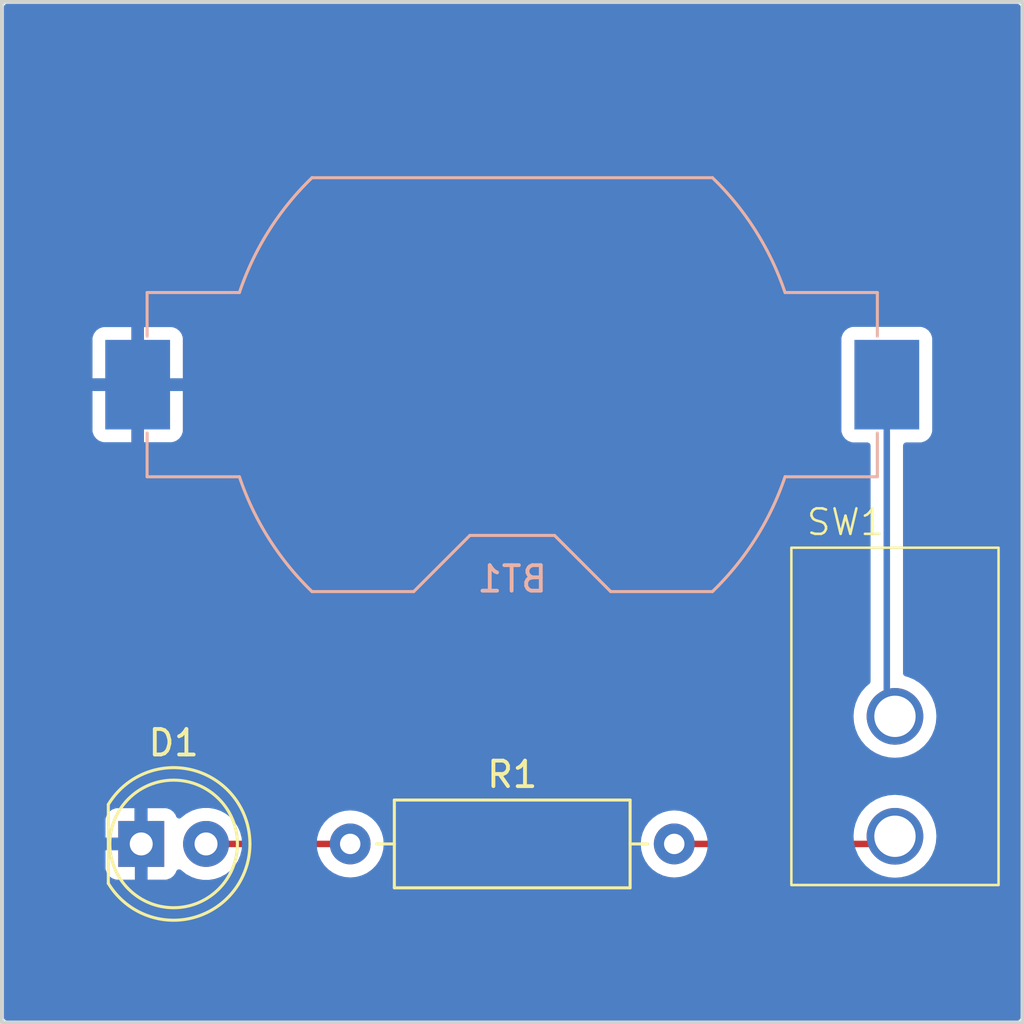
<source format=kicad_pcb>
(kicad_pcb (version 20221018) (generator pcbnew)
  (title_block (title "getting_started_layout") (date "2024-01-27") (rev "0"))
  (layers (0 "F.Cu" signal) (31 "B.Cu" signal) (34 "B.Paste" user) (35 "F.Paste" user) (36 "B.SilkS" user "B.Silkscreen") (37 "F.SilkS" user "F.Silkscreen") (38 "B.Mask" user) (39 "F.Mask" user) (44 "Edge.Cuts" user))
  (net 0 "")
  (net 1 "GND")
  (net 2 "VCC")
  (net 3 "/led")
  (net 4 "Net-(BT1-+)")
  (footprint "getting_started:Switch_Toggle_SPST_NKK_M2011S3A1x03" (layer "F.Cu") (at 198.02 92.045)
    (fp_text reference "SW1" (at -1.94 -2.91 unlocked) (layer "F.SilkS") (effects (font (thickness 0.1))))
    (fp_text value "M2011S3A1W03")
    (fp_rect (start 4.06 -1.91) (end -4.06 11.31) (stroke (width 0.1)) (fill none) (layer "F.SilkS"))
    (pad "2" thru_hole circle (at 0 4.7) (size 2.22 2.22) (drill 1.62) (layers "*.Cu" "*.Mask") (net 4 "Net-(BT1-+)"))
    (pad "3" thru_hole circle (at 0 9.4) (size 2.22 2.22) (drill 1.62) (layers "*.Cu" "*.Mask") (net 2 "VCC"))
  )
  (footprint "LED_THT:LED_D5.0mm" (layer "F.Cu") (at 168.48 101.745)
    (fp_text reference "D1" (at 1.27 -3.96) (layer "F.SilkS"))
    (fp_text value "red")
    (fp_line (start -1.29 -1.545) (end -1.29 1.545) (stroke (width 0.12)) (layer "F.SilkS"))
    (fp_arc (start -1.29 -1.54483) (mid 2.072002 -2.880433) (end 4.26 0.000462) (stroke (width 0.12)) (layer "F.SilkS"))
    (fp_arc (start 4.26 -0.000462) (mid 2.072002 2.880433) (end -1.29 1.54483) (stroke (width 0.12)) (layer "F.SilkS"))
    (fp_circle (center 1.27 0) (end 3.77 0) (stroke (width 0.12)) (fill none) (layer "F.SilkS"))
    (pad "1" thru_hole rect (at 0 0) (size 1.8 1.8) (drill 0.9) (layers "*.Cu" "*.Mask") (net 1 "GND"))
    (pad "2" thru_hole circle (at 2.54 0) (size 1.8 1.8) (drill 0.9) (layers "*.Cu" "*.Mask") (net 3 "/led"))
  )
  (footprint "Resistor_THT:R_Axial_DIN0309_L9.0mm_D3.2mm_P12.70mm_Horizontal" (layer "F.Cu") (at 176.67 101.745)
    (fp_text reference "R1" (at 6.35 -2.72) (layer "F.SilkS"))
    (fp_text value "1k")
    (fp_line (start 1.04 0) (end 1.73 0) (stroke (width 0.12)) (layer "F.SilkS"))
    (fp_line (start 1.73 -1.72) (end 1.73 1.72) (stroke (width 0.12)) (layer "F.SilkS"))
    (fp_line (start 1.73 1.72) (end 10.97 1.72) (stroke (width 0.12)) (layer "F.SilkS"))
    (fp_line (start 10.97 -1.72) (end 1.73 -1.72) (stroke (width 0.12)) (layer "F.SilkS"))
    (fp_line (start 10.97 1.72) (end 10.97 -1.72) (stroke (width 0.12)) (layer "F.SilkS"))
    (fp_line (start 11.66 0) (end 10.97 0) (stroke (width 0.12)) (layer "F.SilkS"))
    (pad "1" thru_hole circle (at 0 0) (size 1.6 1.6) (drill 0.8) (layers "*.Cu" "*.Mask") (net 3 "/led"))
    (pad "2" thru_hole oval (at 12.7 0) (size 1.6 1.6) (drill 0.8) (layers "*.Cu" "*.Mask") (net 2 "VCC"))
  )
  (footprint "Battery:BatteryHolder_Keystone_1058_1x2032" (layer "B.Cu") (at 183.02 83.745 180)
    (fp_text reference "BT1" (at 0 -7.62) (layer "B.SilkS") (effects (justify mirror)))
    (fp_text value "3V")
    (fp_line (start -14.31 -1.9) (end -14.31 -3.61) (stroke (width 0.12)) (layer "B.SilkS"))
    (fp_line (start -14.31 1.9) (end -14.31 3.61) (stroke (width 0.12)) (layer "B.SilkS"))
    (fp_line (start -14.31 3.61) (end -10.692 3.61) (stroke (width 0.12)) (layer "B.SilkS"))
    (fp_line (start -10.692 -3.61) (end -14.31 -3.61) (stroke (width 0.12)) (layer "B.SilkS"))
    (fp_line (start -7.8473 8.11) (end 7.8473 8.11) (stroke (width 0.12)) (layer "B.SilkS"))
    (fp_line (start -3.86 -8.11) (end -7.8473 -8.11) (stroke (width 0.12)) (layer "B.SilkS"))
    (fp_line (start -1.66 -5.91) (end -3.86 -8.11) (stroke (width 0.12)) (layer "B.SilkS"))
    (fp_line (start 1.66 -5.91) (end -1.66 -5.91) (stroke (width 0.12)) (layer "B.SilkS"))
    (fp_line (start 1.66 -5.91) (end 3.86 -8.11) (stroke (width 0.12)) (layer "B.SilkS"))
    (fp_line (start 7.8473 -8.11) (end 3.86 -8.11) (stroke (width 0.12)) (layer "B.SilkS"))
    (fp_line (start 10.692 3.61) (end 14.31 3.61) (stroke (width 0.12)) (layer "B.SilkS"))
    (fp_line (start 14.31 -3.61) (end 10.692 -3.61) (stroke (width 0.12)) (layer "B.SilkS"))
    (fp_line (start 14.31 -1.9) (end 14.31 -3.61) (stroke (width 0.12)) (layer "B.SilkS"))
    (fp_line (start 14.31 1.9) (end 14.31 3.61) (stroke (width 0.12)) (layer "B.SilkS"))
    (fp_arc (start -10.692 -3.61) (mid -9.538085 -6.031245) (end -7.845371 -8.111789) (stroke (width 0.12)) (layer "B.SilkS"))
    (fp_arc (start -7.845371 8.111789) (mid -9.538084 6.031244) (end -10.692 3.61) (stroke (width 0.12)) (layer "B.SilkS"))
    (fp_arc (start 7.845371 -8.111789) (mid 9.538084 -6.031244) (end 10.692 -3.61) (stroke (width 0.12)) (layer "B.SilkS"))
    (fp_arc (start 10.692 3.61) (mid 9.538084 6.031244) (end 7.845371 8.111789) (stroke (width 0.12)) (layer "B.SilkS"))
    (pad "1" smd rect (at -14.68 0 180) (size 2.54 3.51) (layers "B.Cu" "B.Paste" "B.Mask") (net 4 "Net-(BT1-+)"))
    (pad "2" smd rect (at 14.68 0 180) (size 2.54 3.51) (layers "B.Cu" "B.Paste" "B.Mask") (net 1 "GND"))
  )
  (gr_rect (start 163.02 68.745) (end 203.02 108.745) (stroke (width 0.14986)) (fill none) (layer "Edge.Cuts"))
  (segment (start 168.34 101.605) (end 168.48 101.745) (width 0.254) (layer "B.Cu") (net 1))
  (segment (start 168.34 83.745) (end 168.34 101.605) (width 0.254) (layer "B.Cu") (net 1))
  (segment (start 189.37 101.745) (end 197.72 101.745) (width 0.254) (layer "F.Cu") (net 2))
  (segment (start 197.72 101.745) (end 198.02 101.445) (width 0.254) (layer "F.Cu") (net 2))
  (segment (start 171.02 101.745) (end 176.67 101.745) (width 0.254) (layer "F.Cu") (net 3))
  (segment (start 197.7 83.745) (end 197.7 96.425) (width 0.254) (layer "B.Cu") (net 4))
  (segment (start 197.7 96.425) (end 198.02 96.745) (width 0.254) (layer "B.Cu") (net 4))
  (zone (net 1) (net_name "GND") (layer "B.Cu") (connect_pads (clearance 0.508)) (min_thickness 0.25) (fill yes (thermal_gap 0.5) (thermal_bridge_width 0.5))
    (polygon (pts (xy 203.02 68.745) (xy 163.02 68.745) (xy 163.02 108.745) (xy 203.02 108.745)))
  )
)
</source>
